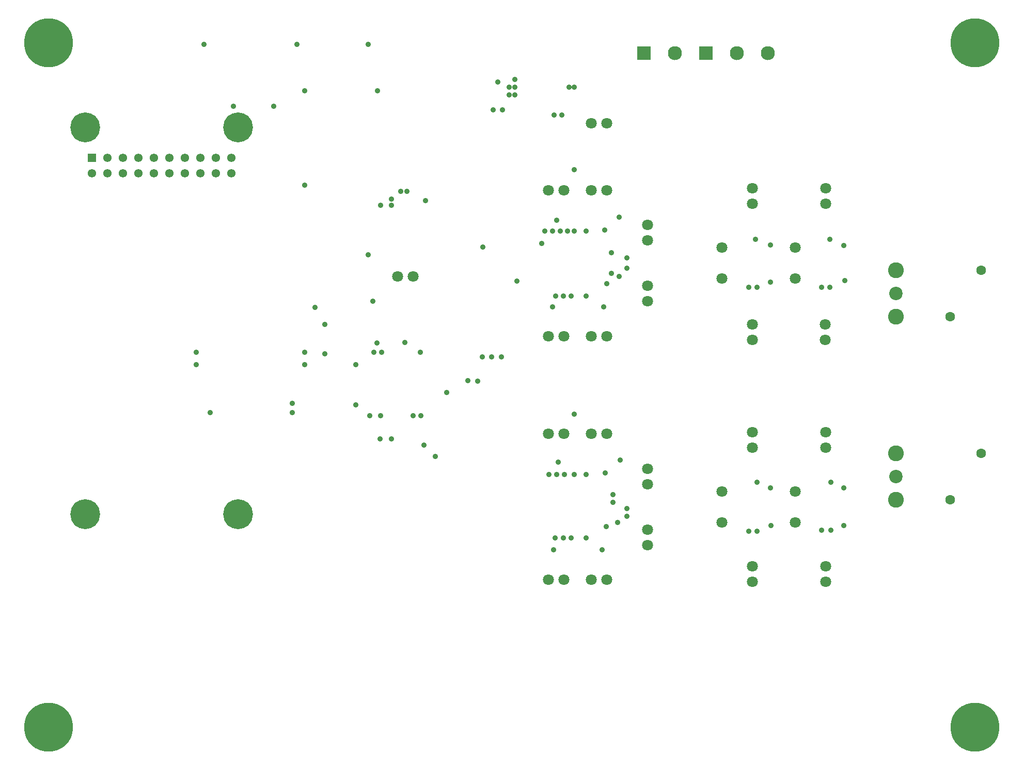
<source format=gbs>
%FSLAX34Y34*%
G04 Gerber Fmt 3.4, Leading zero omitted, Abs format*
G04 (created by PCBNEW (2014-02-03 BZR 4658)-product) date Wed 22 Jul 2015 07:24:16 AM PDT*
%MOIN*%
G01*
G70*
G90*
G04 APERTURE LIST*
%ADD10C,0.005906*%
%ADD11R,0.054370X0.054370*%
%ADD12C,0.054370*%
%ADD13C,0.070866*%
%ADD14R,0.090551X0.090551*%
%ADD15C,0.090551*%
%ADD16C,0.102362*%
%ADD17C,0.086614*%
%ADD18C,0.062992*%
%ADD19C,0.315100*%
%ADD20C,0.192955*%
%ADD21C,0.035000*%
G04 APERTURE END LIST*
G54D10*
G54D11*
X18064Y-22712D03*
G54D12*
X18064Y-23712D03*
X19064Y-22712D03*
X19064Y-23712D03*
X20064Y-22712D03*
X20064Y-23712D03*
X21064Y-22712D03*
X21064Y-23712D03*
X22064Y-22712D03*
X22064Y-23712D03*
X23064Y-22712D03*
X23064Y-23712D03*
X24064Y-22712D03*
X24064Y-23712D03*
X25064Y-22712D03*
X25064Y-23712D03*
X26064Y-22712D03*
X26064Y-23712D03*
X27064Y-22712D03*
X27064Y-23712D03*
G54D13*
X37800Y-30400D03*
X38800Y-30400D03*
X48538Y-49998D03*
X47538Y-49998D03*
X50294Y-49998D03*
X51294Y-49998D03*
X53944Y-47742D03*
X53944Y-46742D03*
X53944Y-43805D03*
X53944Y-42805D03*
X50294Y-40549D03*
X51294Y-40549D03*
X48538Y-40549D03*
X47538Y-40549D03*
X48538Y-34250D03*
X47538Y-34250D03*
X50294Y-34250D03*
X51294Y-34250D03*
X53944Y-31994D03*
X53944Y-30994D03*
X53944Y-28057D03*
X53944Y-27057D03*
X50294Y-24801D03*
X51294Y-24801D03*
X48538Y-24801D03*
X47538Y-24801D03*
X50287Y-20472D03*
X51287Y-20472D03*
X60700Y-33500D03*
X60700Y-34500D03*
X60711Y-24696D03*
X60711Y-25696D03*
X65400Y-33500D03*
X65400Y-34500D03*
X65435Y-24696D03*
X65435Y-25696D03*
X58742Y-28527D03*
X58742Y-30527D03*
X63466Y-28527D03*
X63466Y-30527D03*
X60711Y-49106D03*
X60711Y-50106D03*
X60711Y-40444D03*
X60711Y-41444D03*
X65435Y-49106D03*
X65435Y-50106D03*
X65435Y-40444D03*
X65435Y-41444D03*
X58742Y-44275D03*
X58742Y-46275D03*
X63466Y-44275D03*
X63466Y-46275D03*
G54D14*
X53700Y-15950D03*
G54D15*
X55700Y-15950D03*
G54D14*
X57700Y-15950D03*
G54D15*
X59700Y-15950D03*
X61700Y-15950D03*
G54D16*
X69968Y-32996D03*
X69968Y-29996D03*
G54D17*
X69968Y-31496D03*
G54D18*
X75468Y-29996D03*
X73468Y-32996D03*
G54D16*
X69968Y-44807D03*
X69968Y-41807D03*
G54D17*
X69968Y-43307D03*
G54D18*
X75468Y-41807D03*
X73468Y-44807D03*
G54D19*
X15279Y-15279D03*
X75074Y-15279D03*
X15279Y-59523D03*
X75074Y-59523D03*
G54D20*
X27486Y-45744D03*
X17643Y-45744D03*
X17643Y-20744D03*
X27486Y-20744D03*
G54D21*
X61000Y-46850D03*
X61900Y-46500D03*
X66600Y-46500D03*
X65750Y-46800D03*
X66650Y-30650D03*
X65700Y-31100D03*
X61850Y-30750D03*
X61000Y-31100D03*
X43956Y-19606D03*
X44556Y-19606D03*
X45356Y-17656D03*
X38000Y-24900D03*
X38400Y-24900D03*
X36700Y-25800D03*
X61850Y-44050D03*
X61000Y-43700D03*
X66600Y-44050D03*
X65750Y-43700D03*
X66600Y-28400D03*
X65700Y-28000D03*
X60900Y-28000D03*
X61850Y-28350D03*
X43250Y-35600D03*
X40950Y-37900D03*
X43850Y-35600D03*
X42330Y-37130D03*
X44500Y-35600D03*
X42950Y-37150D03*
X39480Y-41280D03*
X40230Y-42030D03*
X51600Y-30200D03*
X52600Y-29200D03*
X51600Y-28850D03*
X52600Y-29850D03*
X52600Y-45400D03*
X51700Y-44500D03*
X51700Y-45000D03*
X52600Y-45900D03*
X36500Y-18400D03*
X31300Y-15400D03*
X35900Y-15400D03*
X44256Y-17806D03*
X52000Y-46300D03*
X60450Y-46850D03*
X65150Y-46800D03*
X60450Y-31100D03*
X65150Y-31100D03*
X48050Y-43200D03*
X52150Y-42250D03*
X51200Y-43100D03*
X48150Y-42400D03*
X49950Y-43200D03*
X51250Y-46550D03*
X49950Y-47300D03*
X47950Y-47300D03*
X49000Y-47300D03*
X51000Y-48050D03*
X47850Y-48050D03*
X49206Y-18156D03*
X48856Y-18156D03*
X45356Y-18156D03*
X45006Y-18156D03*
X45006Y-18656D03*
X37400Y-25800D03*
X37400Y-25400D03*
X45356Y-18656D03*
X48300Y-27450D03*
X47300Y-27450D03*
X48050Y-26750D03*
X51150Y-27400D03*
X52100Y-26550D03*
X52100Y-30400D03*
X51300Y-30850D03*
X49950Y-27450D03*
X39250Y-35300D03*
X51100Y-32350D03*
X47800Y-32350D03*
X49950Y-31650D03*
X48000Y-31650D03*
X49000Y-31650D03*
X36650Y-40900D03*
X36000Y-39400D03*
X39300Y-39400D03*
X33100Y-35400D03*
X36200Y-32000D03*
X35900Y-29000D03*
X31000Y-39200D03*
X31800Y-36100D03*
X39600Y-25500D03*
X32450Y-32400D03*
X36450Y-34700D03*
X36250Y-35300D03*
X25300Y-15400D03*
X25700Y-39200D03*
X24800Y-36100D03*
X31800Y-24500D03*
X31800Y-18400D03*
X35100Y-38700D03*
X35100Y-36100D03*
X45500Y-30700D03*
X43300Y-28500D03*
X49200Y-39300D03*
X49200Y-43200D03*
X49200Y-27450D03*
X49200Y-23500D03*
X27200Y-19400D03*
X24800Y-35300D03*
X29800Y-19400D03*
X48550Y-43200D03*
X47550Y-43200D03*
X48500Y-47300D03*
X48406Y-19956D03*
X47906Y-19956D03*
X47800Y-27450D03*
X48750Y-27450D03*
X47100Y-28250D03*
X48500Y-31650D03*
X37400Y-40900D03*
X36700Y-39400D03*
X38800Y-39400D03*
X31000Y-38600D03*
X31800Y-35300D03*
X33100Y-33500D03*
X38250Y-34650D03*
X36750Y-35300D03*
M02*

</source>
